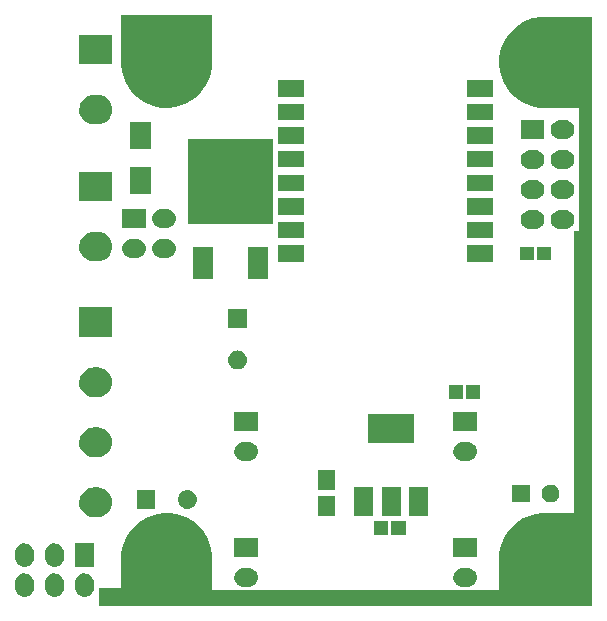
<source format=gts>
G04 #@! TF.FileFunction,Soldermask,Top*
%FSLAX46Y46*%
G04 Gerber Fmt 4.6, Leading zero omitted, Abs format (unit mm)*
G04 Created by KiCad (PCBNEW 4.0.0-rc1-stable) date 2016-02-04 20:32:03*
%MOMM*%
G01*
G04 APERTURE LIST*
%ADD10C,0.100000*%
G04 APERTURE END LIST*
D10*
G36*
X96037191Y-50149998D02*
X96037715Y-50150000D01*
X100000000Y-50150000D01*
X100000000Y-100000000D01*
X58250000Y-100000000D01*
X58250000Y-98500000D01*
X60075000Y-98500000D01*
X60095895Y-98497031D01*
X60115135Y-98488358D01*
X60131197Y-98474668D01*
X60142809Y-98457046D01*
X60149052Y-98436886D01*
X60150000Y-98425000D01*
X60150000Y-96358134D01*
X60148768Y-96344595D01*
X60144937Y-96323720D01*
X60155478Y-95568766D01*
X60312457Y-94830243D01*
X60609893Y-94136272D01*
X61036457Y-93513291D01*
X61575901Y-92985028D01*
X62207675Y-92571607D01*
X62907725Y-92288768D01*
X63649380Y-92147290D01*
X64404381Y-92152562D01*
X65143983Y-92304380D01*
X65840015Y-92596964D01*
X66465958Y-93019169D01*
X66997977Y-93554914D01*
X67415798Y-94183786D01*
X67703515Y-94881840D01*
X67850065Y-95621970D01*
X67850065Y-95621977D01*
X67850166Y-95622488D01*
X67845254Y-95974281D01*
X67846447Y-95988112D01*
X67848684Y-96000000D01*
X67850000Y-96000000D01*
X67850000Y-98575000D01*
X67852969Y-98595895D01*
X67861642Y-98615135D01*
X67875332Y-98631197D01*
X67892954Y-98642809D01*
X67913114Y-98649052D01*
X67925000Y-98650000D01*
X92075000Y-98650000D01*
X92095895Y-98647031D01*
X92115135Y-98638358D01*
X92131197Y-98624668D01*
X92142809Y-98607046D01*
X92149052Y-98586886D01*
X92150000Y-98575000D01*
X92150000Y-96358134D01*
X92148768Y-96344595D01*
X92144937Y-96323720D01*
X92155478Y-95568766D01*
X92312457Y-94830243D01*
X92609893Y-94136272D01*
X93036457Y-93513291D01*
X93575901Y-92985028D01*
X94207675Y-92571607D01*
X94907725Y-92288768D01*
X95649380Y-92147290D01*
X96037191Y-92149998D01*
X96037715Y-92150000D01*
X98425000Y-92150000D01*
X98445895Y-92147031D01*
X98465135Y-92138358D01*
X98481197Y-92124668D01*
X98492809Y-92107046D01*
X98499052Y-92086886D01*
X98500000Y-92075000D01*
X98500000Y-68300000D01*
X98875000Y-68300000D01*
X98895895Y-68297031D01*
X98915135Y-68288358D01*
X98931197Y-68274668D01*
X98942809Y-68257046D01*
X98949052Y-68236886D01*
X98950000Y-68225000D01*
X98950000Y-57952675D01*
X98947031Y-57931780D01*
X98938358Y-57912540D01*
X98924668Y-57896478D01*
X98907046Y-57884866D01*
X98886886Y-57878623D01*
X98875000Y-57877675D01*
X96000000Y-57877675D01*
X96000000Y-57875868D01*
X95996963Y-57873793D01*
X95992200Y-57868285D01*
X95974495Y-57856798D01*
X95944505Y-57849850D01*
X95541934Y-57841417D01*
X94804528Y-57679287D01*
X94112653Y-57377015D01*
X93492660Y-56946109D01*
X92968182Y-56402995D01*
X92559174Y-55768340D01*
X92281234Y-55066342D01*
X92144937Y-54323720D01*
X92155478Y-53568766D01*
X92312457Y-52830243D01*
X92609893Y-52136272D01*
X93036457Y-51513291D01*
X93575901Y-50985028D01*
X94207675Y-50571607D01*
X94907725Y-50288768D01*
X95649380Y-50147290D01*
X96037191Y-50149998D01*
X96037191Y-50149998D01*
G37*
G36*
X52120789Y-97281491D02*
X52120800Y-97281495D01*
X52120862Y-97281501D01*
X52270012Y-97327670D01*
X52407354Y-97401931D01*
X52527657Y-97501454D01*
X52626337Y-97622448D01*
X52699637Y-97760305D01*
X52744764Y-97909774D01*
X52760000Y-98065161D01*
X52760000Y-98474966D01*
X52759944Y-98482959D01*
X52759943Y-98482966D01*
X52759922Y-98486009D01*
X52742518Y-98641168D01*
X52695308Y-98789993D01*
X52620091Y-98926813D01*
X52519731Y-99046417D01*
X52398051Y-99144250D01*
X52259685Y-99216586D01*
X52109905Y-99260669D01*
X52109848Y-99260674D01*
X52109835Y-99260678D01*
X51954418Y-99274822D01*
X51799211Y-99258509D01*
X51799200Y-99258505D01*
X51799138Y-99258499D01*
X51649988Y-99212330D01*
X51512646Y-99138069D01*
X51392343Y-99038546D01*
X51293663Y-98917552D01*
X51220363Y-98779695D01*
X51175236Y-98630226D01*
X51160000Y-98474839D01*
X51160000Y-98065034D01*
X51160056Y-98057041D01*
X51160057Y-98057034D01*
X51160078Y-98053991D01*
X51177482Y-97898832D01*
X51224692Y-97750007D01*
X51299909Y-97613187D01*
X51400269Y-97493583D01*
X51521949Y-97395750D01*
X51660315Y-97323414D01*
X51810095Y-97279331D01*
X51810152Y-97279326D01*
X51810165Y-97279322D01*
X51965582Y-97265178D01*
X52120789Y-97281491D01*
X52120789Y-97281491D01*
G37*
G36*
X54660789Y-97281491D02*
X54660800Y-97281495D01*
X54660862Y-97281501D01*
X54810012Y-97327670D01*
X54947354Y-97401931D01*
X55067657Y-97501454D01*
X55166337Y-97622448D01*
X55239637Y-97760305D01*
X55284764Y-97909774D01*
X55300000Y-98065161D01*
X55300000Y-98474966D01*
X55299944Y-98482959D01*
X55299943Y-98482966D01*
X55299922Y-98486009D01*
X55282518Y-98641168D01*
X55235308Y-98789993D01*
X55160091Y-98926813D01*
X55059731Y-99046417D01*
X54938051Y-99144250D01*
X54799685Y-99216586D01*
X54649905Y-99260669D01*
X54649848Y-99260674D01*
X54649835Y-99260678D01*
X54494418Y-99274822D01*
X54339211Y-99258509D01*
X54339200Y-99258505D01*
X54339138Y-99258499D01*
X54189988Y-99212330D01*
X54052646Y-99138069D01*
X53932343Y-99038546D01*
X53833663Y-98917552D01*
X53760363Y-98779695D01*
X53715236Y-98630226D01*
X53700000Y-98474839D01*
X53700000Y-98065034D01*
X53700056Y-98057041D01*
X53700057Y-98057034D01*
X53700078Y-98053991D01*
X53717482Y-97898832D01*
X53764692Y-97750007D01*
X53839909Y-97613187D01*
X53940269Y-97493583D01*
X54061949Y-97395750D01*
X54200315Y-97323414D01*
X54350095Y-97279331D01*
X54350152Y-97279326D01*
X54350165Y-97279322D01*
X54505582Y-97265178D01*
X54660789Y-97281491D01*
X54660789Y-97281491D01*
G37*
G36*
X57200789Y-97281491D02*
X57200800Y-97281495D01*
X57200862Y-97281501D01*
X57350012Y-97327670D01*
X57487354Y-97401931D01*
X57607657Y-97501454D01*
X57706337Y-97622448D01*
X57779637Y-97760305D01*
X57824764Y-97909774D01*
X57840000Y-98065161D01*
X57840000Y-98474966D01*
X57839944Y-98482959D01*
X57839943Y-98482966D01*
X57839922Y-98486009D01*
X57822518Y-98641168D01*
X57775308Y-98789993D01*
X57700091Y-98926813D01*
X57599731Y-99046417D01*
X57478051Y-99144250D01*
X57339685Y-99216586D01*
X57189905Y-99260669D01*
X57189848Y-99260674D01*
X57189835Y-99260678D01*
X57034418Y-99274822D01*
X56879211Y-99258509D01*
X56879200Y-99258505D01*
X56879138Y-99258499D01*
X56729988Y-99212330D01*
X56592646Y-99138069D01*
X56472343Y-99038546D01*
X56373663Y-98917552D01*
X56300363Y-98779695D01*
X56255236Y-98630226D01*
X56240000Y-98474839D01*
X56240000Y-98065034D01*
X56240056Y-98057041D01*
X56240057Y-98057034D01*
X56240078Y-98053991D01*
X56257482Y-97898832D01*
X56304692Y-97750007D01*
X56379909Y-97613187D01*
X56480269Y-97493583D01*
X56601949Y-97395750D01*
X56740315Y-97323414D01*
X56890095Y-97279331D01*
X56890152Y-97279326D01*
X56890165Y-97279322D01*
X57045582Y-97265178D01*
X57200789Y-97281491D01*
X57200789Y-97281491D01*
G37*
G36*
X89483959Y-96804056D02*
X89483966Y-96804057D01*
X89487009Y-96804078D01*
X89642168Y-96821482D01*
X89790993Y-96868692D01*
X89927813Y-96943909D01*
X90047417Y-97044269D01*
X90145250Y-97165949D01*
X90217586Y-97304315D01*
X90261669Y-97454095D01*
X90261674Y-97454152D01*
X90261678Y-97454165D01*
X90275822Y-97609582D01*
X90259509Y-97764789D01*
X90259505Y-97764800D01*
X90259499Y-97764862D01*
X90213330Y-97914012D01*
X90139069Y-98051354D01*
X90039546Y-98171657D01*
X89918552Y-98270337D01*
X89780695Y-98343637D01*
X89631226Y-98388764D01*
X89475839Y-98404000D01*
X89066034Y-98404000D01*
X89058041Y-98403944D01*
X89058034Y-98403943D01*
X89054991Y-98403922D01*
X88899832Y-98386518D01*
X88751007Y-98339308D01*
X88614187Y-98264091D01*
X88494583Y-98163731D01*
X88396750Y-98042051D01*
X88324414Y-97903685D01*
X88280331Y-97753905D01*
X88280326Y-97753848D01*
X88280322Y-97753835D01*
X88266178Y-97598418D01*
X88282491Y-97443211D01*
X88282495Y-97443200D01*
X88282501Y-97443138D01*
X88328670Y-97293988D01*
X88402931Y-97156646D01*
X88502454Y-97036343D01*
X88623448Y-96937663D01*
X88761305Y-96864363D01*
X88910774Y-96819236D01*
X89066161Y-96804000D01*
X89475966Y-96804000D01*
X89483959Y-96804056D01*
X89483959Y-96804056D01*
G37*
G36*
X70941959Y-96804056D02*
X70941966Y-96804057D01*
X70945009Y-96804078D01*
X71100168Y-96821482D01*
X71248993Y-96868692D01*
X71385813Y-96943909D01*
X71505417Y-97044269D01*
X71603250Y-97165949D01*
X71675586Y-97304315D01*
X71719669Y-97454095D01*
X71719674Y-97454152D01*
X71719678Y-97454165D01*
X71733822Y-97609582D01*
X71717509Y-97764789D01*
X71717505Y-97764800D01*
X71717499Y-97764862D01*
X71671330Y-97914012D01*
X71597069Y-98051354D01*
X71497546Y-98171657D01*
X71376552Y-98270337D01*
X71238695Y-98343637D01*
X71089226Y-98388764D01*
X70933839Y-98404000D01*
X70524034Y-98404000D01*
X70516041Y-98403944D01*
X70516034Y-98403943D01*
X70512991Y-98403922D01*
X70357832Y-98386518D01*
X70209007Y-98339308D01*
X70072187Y-98264091D01*
X69952583Y-98163731D01*
X69854750Y-98042051D01*
X69782414Y-97903685D01*
X69738331Y-97753905D01*
X69738326Y-97753848D01*
X69738322Y-97753835D01*
X69724178Y-97598418D01*
X69740491Y-97443211D01*
X69740495Y-97443200D01*
X69740501Y-97443138D01*
X69786670Y-97293988D01*
X69860931Y-97156646D01*
X69960454Y-97036343D01*
X70081448Y-96937663D01*
X70219305Y-96864363D01*
X70368774Y-96819236D01*
X70524161Y-96804000D01*
X70933966Y-96804000D01*
X70941959Y-96804056D01*
X70941959Y-96804056D01*
G37*
G36*
X54660789Y-94741491D02*
X54660800Y-94741495D01*
X54660862Y-94741501D01*
X54810012Y-94787670D01*
X54947354Y-94861931D01*
X55067657Y-94961454D01*
X55166337Y-95082448D01*
X55239637Y-95220305D01*
X55284764Y-95369774D01*
X55300000Y-95525161D01*
X55300000Y-95934966D01*
X55299944Y-95942959D01*
X55299943Y-95942966D01*
X55299922Y-95946009D01*
X55282518Y-96101168D01*
X55235308Y-96249993D01*
X55160091Y-96386813D01*
X55059731Y-96506417D01*
X54938051Y-96604250D01*
X54799685Y-96676586D01*
X54649905Y-96720669D01*
X54649848Y-96720674D01*
X54649835Y-96720678D01*
X54494418Y-96734822D01*
X54339211Y-96718509D01*
X54339200Y-96718505D01*
X54339138Y-96718499D01*
X54189988Y-96672330D01*
X54052646Y-96598069D01*
X53932343Y-96498546D01*
X53833663Y-96377552D01*
X53760363Y-96239695D01*
X53715236Y-96090226D01*
X53700000Y-95934839D01*
X53700000Y-95525034D01*
X53700056Y-95517041D01*
X53700057Y-95517034D01*
X53700078Y-95513991D01*
X53717482Y-95358832D01*
X53764692Y-95210007D01*
X53839909Y-95073187D01*
X53940269Y-94953583D01*
X54061949Y-94855750D01*
X54200315Y-94783414D01*
X54350095Y-94739331D01*
X54350152Y-94739326D01*
X54350165Y-94739322D01*
X54505582Y-94725178D01*
X54660789Y-94741491D01*
X54660789Y-94741491D01*
G37*
G36*
X52120789Y-94741491D02*
X52120800Y-94741495D01*
X52120862Y-94741501D01*
X52270012Y-94787670D01*
X52407354Y-94861931D01*
X52527657Y-94961454D01*
X52626337Y-95082448D01*
X52699637Y-95220305D01*
X52744764Y-95369774D01*
X52760000Y-95525161D01*
X52760000Y-95934966D01*
X52759944Y-95942959D01*
X52759943Y-95942966D01*
X52759922Y-95946009D01*
X52742518Y-96101168D01*
X52695308Y-96249993D01*
X52620091Y-96386813D01*
X52519731Y-96506417D01*
X52398051Y-96604250D01*
X52259685Y-96676586D01*
X52109905Y-96720669D01*
X52109848Y-96720674D01*
X52109835Y-96720678D01*
X51954418Y-96734822D01*
X51799211Y-96718509D01*
X51799200Y-96718505D01*
X51799138Y-96718499D01*
X51649988Y-96672330D01*
X51512646Y-96598069D01*
X51392343Y-96498546D01*
X51293663Y-96377552D01*
X51220363Y-96239695D01*
X51175236Y-96090226D01*
X51160000Y-95934839D01*
X51160000Y-95525034D01*
X51160056Y-95517041D01*
X51160057Y-95517034D01*
X51160078Y-95513991D01*
X51177482Y-95358832D01*
X51224692Y-95210007D01*
X51299909Y-95073187D01*
X51400269Y-94953583D01*
X51521949Y-94855750D01*
X51660315Y-94783414D01*
X51810095Y-94739331D01*
X51810152Y-94739326D01*
X51810165Y-94739322D01*
X51965582Y-94725178D01*
X52120789Y-94741491D01*
X52120789Y-94741491D01*
G37*
G36*
X57840000Y-96730000D02*
X56240000Y-96730000D01*
X56240000Y-94730000D01*
X57840000Y-94730000D01*
X57840000Y-96730000D01*
X57840000Y-96730000D01*
G37*
G36*
X90271000Y-95864000D02*
X88271000Y-95864000D01*
X88271000Y-94264000D01*
X90271000Y-94264000D01*
X90271000Y-95864000D01*
X90271000Y-95864000D01*
G37*
G36*
X71729000Y-95864000D02*
X69729000Y-95864000D01*
X69729000Y-94264000D01*
X71729000Y-94264000D01*
X71729000Y-95864000D01*
X71729000Y-95864000D01*
G37*
G36*
X84225000Y-94025000D02*
X83025000Y-94025000D01*
X83025000Y-92875000D01*
X84225000Y-92875000D01*
X84225000Y-94025000D01*
X84225000Y-94025000D01*
G37*
G36*
X82775000Y-94025000D02*
X81575000Y-94025000D01*
X81575000Y-92875000D01*
X82775000Y-92875000D01*
X82775000Y-94025000D01*
X82775000Y-94025000D01*
G37*
G36*
X58171178Y-89990100D02*
X58171185Y-89990101D01*
X58174227Y-89990122D01*
X58416664Y-90017315D01*
X58649201Y-90091081D01*
X58862983Y-90208608D01*
X59049865Y-90365421D01*
X59202729Y-90555546D01*
X59315754Y-90771742D01*
X59384633Y-91005773D01*
X59384638Y-91005825D01*
X59384644Y-91005846D01*
X59406747Y-91248722D01*
X59381254Y-91491274D01*
X59381249Y-91491290D01*
X59381243Y-91491347D01*
X59309103Y-91724394D01*
X59193071Y-91938991D01*
X59037567Y-92126963D01*
X58848513Y-92281152D01*
X58633112Y-92395683D01*
X58399567Y-92466194D01*
X58156774Y-92490000D01*
X57843099Y-92490000D01*
X57828822Y-92489900D01*
X57828815Y-92489899D01*
X57825773Y-92489878D01*
X57583336Y-92462685D01*
X57350799Y-92388919D01*
X57137017Y-92271392D01*
X56950135Y-92114579D01*
X56797271Y-91924454D01*
X56684246Y-91708258D01*
X56615367Y-91474227D01*
X56615362Y-91474175D01*
X56615356Y-91474154D01*
X56593253Y-91231278D01*
X56618746Y-90988726D01*
X56618751Y-90988710D01*
X56618757Y-90988653D01*
X56690897Y-90755606D01*
X56806929Y-90541009D01*
X56962433Y-90353037D01*
X57151487Y-90198848D01*
X57366888Y-90084317D01*
X57600433Y-90013806D01*
X57843226Y-89990000D01*
X58156901Y-89990000D01*
X58171178Y-89990100D01*
X58171178Y-89990100D01*
G37*
G36*
X78225000Y-92450000D02*
X76775000Y-92450000D01*
X76775000Y-90750000D01*
X78225000Y-90750000D01*
X78225000Y-92450000D01*
X78225000Y-92450000D01*
G37*
G36*
X83800000Y-92400000D02*
X82200000Y-92400000D01*
X82200000Y-90000000D01*
X83800000Y-90000000D01*
X83800000Y-92400000D01*
X83800000Y-92400000D01*
G37*
G36*
X81500000Y-92400000D02*
X79900000Y-92400000D01*
X79900000Y-90000000D01*
X81500000Y-90000000D01*
X81500000Y-92400000D01*
X81500000Y-92400000D01*
G37*
G36*
X86100000Y-92400000D02*
X84500000Y-92400000D01*
X84500000Y-90000000D01*
X86100000Y-90000000D01*
X86100000Y-92400000D01*
X86100000Y-92400000D01*
G37*
G36*
X63050000Y-91800000D02*
X61450000Y-91800000D01*
X61450000Y-90200000D01*
X63050000Y-90200000D01*
X63050000Y-91800000D01*
X63050000Y-91800000D01*
G37*
G36*
X65761992Y-90200056D02*
X65761999Y-90200057D01*
X65765041Y-90200078D01*
X65920200Y-90217482D01*
X66069025Y-90264692D01*
X66205845Y-90339909D01*
X66325449Y-90440269D01*
X66423282Y-90561949D01*
X66495618Y-90700315D01*
X66539701Y-90850095D01*
X66539706Y-90850147D01*
X66539711Y-90850165D01*
X66553855Y-91005582D01*
X66537542Y-91160789D01*
X66537537Y-91160805D01*
X66537531Y-91160862D01*
X66491362Y-91310012D01*
X66417101Y-91447354D01*
X66317578Y-91567657D01*
X66196584Y-91666337D01*
X66058727Y-91739637D01*
X65909258Y-91784764D01*
X65753871Y-91800000D01*
X65746001Y-91800000D01*
X65738008Y-91799944D01*
X65738001Y-91799943D01*
X65734959Y-91799922D01*
X65579800Y-91782518D01*
X65430975Y-91735308D01*
X65294155Y-91660091D01*
X65174551Y-91559731D01*
X65076718Y-91438051D01*
X65004382Y-91299685D01*
X64960299Y-91149905D01*
X64960294Y-91149853D01*
X64960289Y-91149835D01*
X64946145Y-90994418D01*
X64962458Y-90839211D01*
X64962463Y-90839195D01*
X64962469Y-90839138D01*
X65008638Y-90689988D01*
X65082899Y-90552646D01*
X65182422Y-90432343D01*
X65303416Y-90333663D01*
X65441273Y-90260363D01*
X65590742Y-90215236D01*
X65746129Y-90200000D01*
X65753999Y-90200000D01*
X65761992Y-90200056D01*
X65761992Y-90200056D01*
G37*
G36*
X96511053Y-89750051D02*
X96511060Y-89750052D01*
X96514101Y-89750073D01*
X96659563Y-89766389D01*
X96799085Y-89810648D01*
X96927354Y-89881165D01*
X97039484Y-89975252D01*
X97131202Y-90089328D01*
X97199017Y-90219045D01*
X97240344Y-90359464D01*
X97240349Y-90359514D01*
X97240355Y-90359536D01*
X97253614Y-90505233D01*
X97238322Y-90650735D01*
X97238315Y-90650756D01*
X97238310Y-90650808D01*
X97195026Y-90790637D01*
X97125407Y-90919395D01*
X97032105Y-91032178D01*
X96918673Y-91124691D01*
X96789432Y-91193410D01*
X96649305Y-91235716D01*
X96503629Y-91250000D01*
X96496241Y-91250000D01*
X96488947Y-91249949D01*
X96488940Y-91249948D01*
X96485899Y-91249927D01*
X96340437Y-91233611D01*
X96200915Y-91189352D01*
X96072646Y-91118835D01*
X95960516Y-91024748D01*
X95868798Y-90910672D01*
X95800983Y-90780955D01*
X95759656Y-90640536D01*
X95759651Y-90640486D01*
X95759645Y-90640464D01*
X95746386Y-90494767D01*
X95761678Y-90349265D01*
X95761685Y-90349244D01*
X95761690Y-90349192D01*
X95804974Y-90209363D01*
X95874593Y-90080605D01*
X95967895Y-89967822D01*
X96081327Y-89875309D01*
X96210568Y-89806590D01*
X96350695Y-89764284D01*
X96496371Y-89750000D01*
X96503759Y-89750000D01*
X96511053Y-89750051D01*
X96511053Y-89750051D01*
G37*
G36*
X94750000Y-91250000D02*
X93250000Y-91250000D01*
X93250000Y-89750000D01*
X94750000Y-89750000D01*
X94750000Y-91250000D01*
X94750000Y-91250000D01*
G37*
G36*
X78225000Y-90250000D02*
X76775000Y-90250000D01*
X76775000Y-88550000D01*
X78225000Y-88550000D01*
X78225000Y-90250000D01*
X78225000Y-90250000D01*
G37*
G36*
X89483959Y-86136056D02*
X89483966Y-86136057D01*
X89487009Y-86136078D01*
X89642168Y-86153482D01*
X89790993Y-86200692D01*
X89927813Y-86275909D01*
X90047417Y-86376269D01*
X90145250Y-86497949D01*
X90217586Y-86636315D01*
X90261669Y-86786095D01*
X90261674Y-86786152D01*
X90261678Y-86786165D01*
X90275822Y-86941582D01*
X90259509Y-87096789D01*
X90259505Y-87096800D01*
X90259499Y-87096862D01*
X90213330Y-87246012D01*
X90139069Y-87383354D01*
X90039546Y-87503657D01*
X89918552Y-87602337D01*
X89780695Y-87675637D01*
X89631226Y-87720764D01*
X89475839Y-87736000D01*
X89066034Y-87736000D01*
X89058041Y-87735944D01*
X89058034Y-87735943D01*
X89054991Y-87735922D01*
X88899832Y-87718518D01*
X88751007Y-87671308D01*
X88614187Y-87596091D01*
X88494583Y-87495731D01*
X88396750Y-87374051D01*
X88324414Y-87235685D01*
X88280331Y-87085905D01*
X88280326Y-87085848D01*
X88280322Y-87085835D01*
X88266178Y-86930418D01*
X88282491Y-86775211D01*
X88282495Y-86775200D01*
X88282501Y-86775138D01*
X88328670Y-86625988D01*
X88402931Y-86488646D01*
X88502454Y-86368343D01*
X88623448Y-86269663D01*
X88761305Y-86196363D01*
X88910774Y-86151236D01*
X89066161Y-86136000D01*
X89475966Y-86136000D01*
X89483959Y-86136056D01*
X89483959Y-86136056D01*
G37*
G36*
X70941959Y-86136056D02*
X70941966Y-86136057D01*
X70945009Y-86136078D01*
X71100168Y-86153482D01*
X71248993Y-86200692D01*
X71385813Y-86275909D01*
X71505417Y-86376269D01*
X71603250Y-86497949D01*
X71675586Y-86636315D01*
X71719669Y-86786095D01*
X71719674Y-86786152D01*
X71719678Y-86786165D01*
X71733822Y-86941582D01*
X71717509Y-87096789D01*
X71717505Y-87096800D01*
X71717499Y-87096862D01*
X71671330Y-87246012D01*
X71597069Y-87383354D01*
X71497546Y-87503657D01*
X71376552Y-87602337D01*
X71238695Y-87675637D01*
X71089226Y-87720764D01*
X70933839Y-87736000D01*
X70524034Y-87736000D01*
X70516041Y-87735944D01*
X70516034Y-87735943D01*
X70512991Y-87735922D01*
X70357832Y-87718518D01*
X70209007Y-87671308D01*
X70072187Y-87596091D01*
X69952583Y-87495731D01*
X69854750Y-87374051D01*
X69782414Y-87235685D01*
X69738331Y-87085905D01*
X69738326Y-87085848D01*
X69738322Y-87085835D01*
X69724178Y-86930418D01*
X69740491Y-86775211D01*
X69740495Y-86775200D01*
X69740501Y-86775138D01*
X69786670Y-86625988D01*
X69860931Y-86488646D01*
X69960454Y-86368343D01*
X70081448Y-86269663D01*
X70219305Y-86196363D01*
X70368774Y-86151236D01*
X70524161Y-86136000D01*
X70933966Y-86136000D01*
X70941959Y-86136056D01*
X70941959Y-86136056D01*
G37*
G36*
X58171178Y-84910100D02*
X58171185Y-84910101D01*
X58174227Y-84910122D01*
X58416664Y-84937315D01*
X58649201Y-85011081D01*
X58862983Y-85128608D01*
X59049865Y-85285421D01*
X59202729Y-85475546D01*
X59315754Y-85691742D01*
X59384633Y-85925773D01*
X59384638Y-85925825D01*
X59384644Y-85925846D01*
X59406747Y-86168722D01*
X59381254Y-86411274D01*
X59381249Y-86411290D01*
X59381243Y-86411347D01*
X59309103Y-86644394D01*
X59193071Y-86858991D01*
X59037567Y-87046963D01*
X58848513Y-87201152D01*
X58633112Y-87315683D01*
X58399567Y-87386194D01*
X58156774Y-87410000D01*
X57843099Y-87410000D01*
X57828822Y-87409900D01*
X57828815Y-87409899D01*
X57825773Y-87409878D01*
X57583336Y-87382685D01*
X57350799Y-87308919D01*
X57137017Y-87191392D01*
X56950135Y-87034579D01*
X56797271Y-86844454D01*
X56684246Y-86628258D01*
X56615367Y-86394227D01*
X56615362Y-86394175D01*
X56615356Y-86394154D01*
X56593253Y-86151278D01*
X56618746Y-85908726D01*
X56618751Y-85908710D01*
X56618757Y-85908653D01*
X56690897Y-85675606D01*
X56806929Y-85461009D01*
X56962433Y-85273037D01*
X57151487Y-85118848D01*
X57366888Y-85004317D01*
X57600433Y-84933806D01*
X57843226Y-84910000D01*
X58156901Y-84910000D01*
X58171178Y-84910100D01*
X58171178Y-84910100D01*
G37*
G36*
X84950000Y-86200000D02*
X81050000Y-86200000D01*
X81050000Y-83800000D01*
X84950000Y-83800000D01*
X84950000Y-86200000D01*
X84950000Y-86200000D01*
G37*
G36*
X90271000Y-85196000D02*
X88271000Y-85196000D01*
X88271000Y-83596000D01*
X90271000Y-83596000D01*
X90271000Y-85196000D01*
X90271000Y-85196000D01*
G37*
G36*
X71729000Y-85196000D02*
X69729000Y-85196000D01*
X69729000Y-83596000D01*
X71729000Y-83596000D01*
X71729000Y-85196000D01*
X71729000Y-85196000D01*
G37*
G36*
X89075000Y-82475000D02*
X87875000Y-82475000D01*
X87875000Y-81325000D01*
X89075000Y-81325000D01*
X89075000Y-82475000D01*
X89075000Y-82475000D01*
G37*
G36*
X90525000Y-82475000D02*
X89325000Y-82475000D01*
X89325000Y-81325000D01*
X90525000Y-81325000D01*
X90525000Y-82475000D01*
X90525000Y-82475000D01*
G37*
G36*
X58171178Y-79830100D02*
X58171185Y-79830101D01*
X58174227Y-79830122D01*
X58416664Y-79857315D01*
X58649201Y-79931081D01*
X58862983Y-80048608D01*
X59049865Y-80205421D01*
X59202729Y-80395546D01*
X59315754Y-80611742D01*
X59384633Y-80845773D01*
X59384638Y-80845825D01*
X59384644Y-80845846D01*
X59406747Y-81088722D01*
X59381254Y-81331274D01*
X59381249Y-81331290D01*
X59381243Y-81331347D01*
X59309103Y-81564394D01*
X59193071Y-81778991D01*
X59037567Y-81966963D01*
X58848513Y-82121152D01*
X58633112Y-82235683D01*
X58399567Y-82306194D01*
X58156774Y-82330000D01*
X57843099Y-82330000D01*
X57828822Y-82329900D01*
X57828815Y-82329899D01*
X57825773Y-82329878D01*
X57583336Y-82302685D01*
X57350799Y-82228919D01*
X57137017Y-82111392D01*
X56950135Y-81954579D01*
X56797271Y-81764454D01*
X56684246Y-81548258D01*
X56615367Y-81314227D01*
X56615362Y-81314175D01*
X56615356Y-81314154D01*
X56593253Y-81071278D01*
X56618746Y-80828726D01*
X56618751Y-80828710D01*
X56618757Y-80828653D01*
X56690897Y-80595606D01*
X56806929Y-80381009D01*
X56962433Y-80193037D01*
X57151487Y-80038848D01*
X57366888Y-79924317D01*
X57600433Y-79853806D01*
X57843226Y-79830000D01*
X58156901Y-79830000D01*
X58171178Y-79830100D01*
X58171178Y-79830100D01*
G37*
G36*
X70160789Y-78412458D02*
X70160805Y-78412463D01*
X70160862Y-78412469D01*
X70310012Y-78458638D01*
X70447354Y-78532899D01*
X70567657Y-78632422D01*
X70666337Y-78753416D01*
X70739637Y-78891273D01*
X70784764Y-79040742D01*
X70800000Y-79196129D01*
X70800000Y-79203999D01*
X70799944Y-79211992D01*
X70799943Y-79211999D01*
X70799922Y-79215041D01*
X70782518Y-79370200D01*
X70735308Y-79519025D01*
X70660091Y-79655845D01*
X70559731Y-79775449D01*
X70438051Y-79873282D01*
X70299685Y-79945618D01*
X70149905Y-79989701D01*
X70149853Y-79989706D01*
X70149835Y-79989711D01*
X69994418Y-80003855D01*
X69839211Y-79987542D01*
X69839195Y-79987537D01*
X69839138Y-79987531D01*
X69689988Y-79941362D01*
X69552646Y-79867101D01*
X69432343Y-79767578D01*
X69333663Y-79646584D01*
X69260363Y-79508727D01*
X69215236Y-79359258D01*
X69200000Y-79203871D01*
X69200000Y-79196001D01*
X69200056Y-79188008D01*
X69200057Y-79188001D01*
X69200078Y-79184959D01*
X69217482Y-79029800D01*
X69264692Y-78880975D01*
X69339909Y-78744155D01*
X69440269Y-78624551D01*
X69561949Y-78526718D01*
X69700315Y-78454382D01*
X69850095Y-78410299D01*
X69850147Y-78410294D01*
X69850165Y-78410289D01*
X70005582Y-78396145D01*
X70160789Y-78412458D01*
X70160789Y-78412458D01*
G37*
G36*
X59400000Y-77250000D02*
X56600000Y-77250000D01*
X56600000Y-74750000D01*
X59400000Y-74750000D01*
X59400000Y-77250000D01*
X59400000Y-77250000D01*
G37*
G36*
X70800000Y-76500000D02*
X69200000Y-76500000D01*
X69200000Y-74900000D01*
X70800000Y-74900000D01*
X70800000Y-76500000D01*
X70800000Y-76500000D01*
G37*
G36*
X67950000Y-72350000D02*
X66250000Y-72350000D01*
X66250000Y-69650000D01*
X67950000Y-69650000D01*
X67950000Y-72350000D01*
X67950000Y-72350000D01*
G37*
G36*
X72550000Y-72350000D02*
X70850000Y-72350000D01*
X70850000Y-69650000D01*
X72550000Y-69650000D01*
X72550000Y-72350000D01*
X72550000Y-72350000D01*
G37*
G36*
X91600000Y-70900000D02*
X89400000Y-70900000D01*
X89400000Y-69500000D01*
X91600000Y-69500000D01*
X91600000Y-70900000D01*
X91600000Y-70900000D01*
G37*
G36*
X75600000Y-70900000D02*
X73400000Y-70900000D01*
X73400000Y-69500000D01*
X75600000Y-69500000D01*
X75600000Y-70900000D01*
X75600000Y-70900000D01*
G37*
G36*
X58171178Y-68330100D02*
X58171185Y-68330101D01*
X58174227Y-68330122D01*
X58416664Y-68357315D01*
X58649201Y-68431081D01*
X58862983Y-68548608D01*
X59049865Y-68705421D01*
X59202729Y-68895546D01*
X59315754Y-69111742D01*
X59384633Y-69345773D01*
X59384638Y-69345825D01*
X59384644Y-69345846D01*
X59406747Y-69588722D01*
X59381254Y-69831274D01*
X59381249Y-69831290D01*
X59381243Y-69831347D01*
X59309103Y-70064394D01*
X59193071Y-70278991D01*
X59037567Y-70466963D01*
X58848513Y-70621152D01*
X58633112Y-70735683D01*
X58399567Y-70806194D01*
X58156774Y-70830000D01*
X57843099Y-70830000D01*
X57828822Y-70829900D01*
X57828815Y-70829899D01*
X57825773Y-70829878D01*
X57583336Y-70802685D01*
X57350799Y-70728919D01*
X57137017Y-70611392D01*
X56950135Y-70454579D01*
X56797271Y-70264454D01*
X56684246Y-70048258D01*
X56615367Y-69814227D01*
X56615362Y-69814175D01*
X56615356Y-69814154D01*
X56593253Y-69571278D01*
X56618746Y-69328726D01*
X56618751Y-69328710D01*
X56618757Y-69328653D01*
X56690897Y-69095606D01*
X56806929Y-68881009D01*
X56962433Y-68693037D01*
X57151487Y-68538848D01*
X57366888Y-68424317D01*
X57600433Y-68353806D01*
X57843226Y-68330000D01*
X58156901Y-68330000D01*
X58171178Y-68330100D01*
X58171178Y-68330100D01*
G37*
G36*
X96525000Y-70775000D02*
X95325000Y-70775000D01*
X95325000Y-69625000D01*
X96525000Y-69625000D01*
X96525000Y-70775000D01*
X96525000Y-70775000D01*
G37*
G36*
X95075000Y-70775000D02*
X93875000Y-70775000D01*
X93875000Y-69625000D01*
X95075000Y-69625000D01*
X95075000Y-70775000D01*
X95075000Y-70775000D01*
G37*
G36*
X63982959Y-68970056D02*
X63982966Y-68970057D01*
X63986009Y-68970078D01*
X64141168Y-68987482D01*
X64289993Y-69034692D01*
X64426813Y-69109909D01*
X64546417Y-69210269D01*
X64644250Y-69331949D01*
X64716586Y-69470315D01*
X64760669Y-69620095D01*
X64760674Y-69620152D01*
X64760678Y-69620165D01*
X64774822Y-69775582D01*
X64758509Y-69930789D01*
X64758505Y-69930800D01*
X64758499Y-69930862D01*
X64712330Y-70080012D01*
X64638069Y-70217354D01*
X64538546Y-70337657D01*
X64417552Y-70436337D01*
X64279695Y-70509637D01*
X64130226Y-70554764D01*
X63974839Y-70570000D01*
X63565034Y-70570000D01*
X63557041Y-70569944D01*
X63557034Y-70569943D01*
X63553991Y-70569922D01*
X63398832Y-70552518D01*
X63250007Y-70505308D01*
X63113187Y-70430091D01*
X62993583Y-70329731D01*
X62895750Y-70208051D01*
X62823414Y-70069685D01*
X62779331Y-69919905D01*
X62779326Y-69919848D01*
X62779322Y-69919835D01*
X62765178Y-69764418D01*
X62781491Y-69609211D01*
X62781495Y-69609200D01*
X62781501Y-69609138D01*
X62827670Y-69459988D01*
X62901931Y-69322646D01*
X63001454Y-69202343D01*
X63122448Y-69103663D01*
X63260305Y-69030363D01*
X63409774Y-68985236D01*
X63565161Y-68970000D01*
X63974966Y-68970000D01*
X63982959Y-68970056D01*
X63982959Y-68970056D01*
G37*
G36*
X61442959Y-68970056D02*
X61442966Y-68970057D01*
X61446009Y-68970078D01*
X61601168Y-68987482D01*
X61749993Y-69034692D01*
X61886813Y-69109909D01*
X62006417Y-69210269D01*
X62104250Y-69331949D01*
X62176586Y-69470315D01*
X62220669Y-69620095D01*
X62220674Y-69620152D01*
X62220678Y-69620165D01*
X62234822Y-69775582D01*
X62218509Y-69930789D01*
X62218505Y-69930800D01*
X62218499Y-69930862D01*
X62172330Y-70080012D01*
X62098069Y-70217354D01*
X61998546Y-70337657D01*
X61877552Y-70436337D01*
X61739695Y-70509637D01*
X61590226Y-70554764D01*
X61434839Y-70570000D01*
X61025034Y-70570000D01*
X61017041Y-70569944D01*
X61017034Y-70569943D01*
X61013991Y-70569922D01*
X60858832Y-70552518D01*
X60710007Y-70505308D01*
X60573187Y-70430091D01*
X60453583Y-70329731D01*
X60355750Y-70208051D01*
X60283414Y-70069685D01*
X60239331Y-69919905D01*
X60239326Y-69919848D01*
X60239322Y-69919835D01*
X60225178Y-69764418D01*
X60241491Y-69609211D01*
X60241495Y-69609200D01*
X60241501Y-69609138D01*
X60287670Y-69459988D01*
X60361931Y-69322646D01*
X60461454Y-69202343D01*
X60582448Y-69103663D01*
X60720305Y-69030363D01*
X60869774Y-68985236D01*
X61025161Y-68970000D01*
X61434966Y-68970000D01*
X61442959Y-68970056D01*
X61442959Y-68970056D01*
G37*
G36*
X91600000Y-68900000D02*
X89400000Y-68900000D01*
X89400000Y-67500000D01*
X91600000Y-67500000D01*
X91600000Y-68900000D01*
X91600000Y-68900000D01*
G37*
G36*
X75600000Y-68900000D02*
X73400000Y-68900000D01*
X73400000Y-67500000D01*
X75600000Y-67500000D01*
X75600000Y-68900000D01*
X75600000Y-68900000D01*
G37*
G36*
X97732959Y-66510056D02*
X97732966Y-66510057D01*
X97736009Y-66510078D01*
X97891168Y-66527482D01*
X98039993Y-66574692D01*
X98176813Y-66649909D01*
X98296417Y-66750269D01*
X98394250Y-66871949D01*
X98466586Y-67010315D01*
X98510669Y-67160095D01*
X98510674Y-67160152D01*
X98510678Y-67160165D01*
X98524822Y-67315582D01*
X98508509Y-67470789D01*
X98508505Y-67470800D01*
X98508499Y-67470862D01*
X98462330Y-67620012D01*
X98388069Y-67757354D01*
X98288546Y-67877657D01*
X98167552Y-67976337D01*
X98029695Y-68049637D01*
X97880226Y-68094764D01*
X97724839Y-68110000D01*
X97315034Y-68110000D01*
X97307041Y-68109944D01*
X97307034Y-68109943D01*
X97303991Y-68109922D01*
X97148832Y-68092518D01*
X97000007Y-68045308D01*
X96863187Y-67970091D01*
X96743583Y-67869731D01*
X96645750Y-67748051D01*
X96573414Y-67609685D01*
X96529331Y-67459905D01*
X96529326Y-67459848D01*
X96529322Y-67459835D01*
X96515178Y-67304418D01*
X96531491Y-67149211D01*
X96531495Y-67149200D01*
X96531501Y-67149138D01*
X96577670Y-66999988D01*
X96651931Y-66862646D01*
X96751454Y-66742343D01*
X96872448Y-66643663D01*
X97010305Y-66570363D01*
X97159774Y-66525236D01*
X97315161Y-66510000D01*
X97724966Y-66510000D01*
X97732959Y-66510056D01*
X97732959Y-66510056D01*
G37*
G36*
X95192959Y-66510056D02*
X95192966Y-66510057D01*
X95196009Y-66510078D01*
X95351168Y-66527482D01*
X95499993Y-66574692D01*
X95636813Y-66649909D01*
X95756417Y-66750269D01*
X95854250Y-66871949D01*
X95926586Y-67010315D01*
X95970669Y-67160095D01*
X95970674Y-67160152D01*
X95970678Y-67160165D01*
X95984822Y-67315582D01*
X95968509Y-67470789D01*
X95968505Y-67470800D01*
X95968499Y-67470862D01*
X95922330Y-67620012D01*
X95848069Y-67757354D01*
X95748546Y-67877657D01*
X95627552Y-67976337D01*
X95489695Y-68049637D01*
X95340226Y-68094764D01*
X95184839Y-68110000D01*
X94775034Y-68110000D01*
X94767041Y-68109944D01*
X94767034Y-68109943D01*
X94763991Y-68109922D01*
X94608832Y-68092518D01*
X94460007Y-68045308D01*
X94323187Y-67970091D01*
X94203583Y-67869731D01*
X94105750Y-67748051D01*
X94033414Y-67609685D01*
X93989331Y-67459905D01*
X93989326Y-67459848D01*
X93989322Y-67459835D01*
X93975178Y-67304418D01*
X93991491Y-67149211D01*
X93991495Y-67149200D01*
X93991501Y-67149138D01*
X94037670Y-66999988D01*
X94111931Y-66862646D01*
X94211454Y-66742343D01*
X94332448Y-66643663D01*
X94470305Y-66570363D01*
X94619774Y-66525236D01*
X94775161Y-66510000D01*
X95184966Y-66510000D01*
X95192959Y-66510056D01*
X95192959Y-66510056D01*
G37*
G36*
X62230000Y-68030000D02*
X60230000Y-68030000D01*
X60230000Y-66430000D01*
X62230000Y-66430000D01*
X62230000Y-68030000D01*
X62230000Y-68030000D01*
G37*
G36*
X63982959Y-66430056D02*
X63982966Y-66430057D01*
X63986009Y-66430078D01*
X64141168Y-66447482D01*
X64289993Y-66494692D01*
X64426813Y-66569909D01*
X64546417Y-66670269D01*
X64644250Y-66791949D01*
X64716586Y-66930315D01*
X64760669Y-67080095D01*
X64760674Y-67080152D01*
X64760678Y-67080165D01*
X64774822Y-67235582D01*
X64758509Y-67390789D01*
X64758505Y-67390800D01*
X64758499Y-67390862D01*
X64712330Y-67540012D01*
X64638069Y-67677354D01*
X64538546Y-67797657D01*
X64417552Y-67896337D01*
X64279695Y-67969637D01*
X64130226Y-68014764D01*
X63974839Y-68030000D01*
X63565034Y-68030000D01*
X63557041Y-68029944D01*
X63557034Y-68029943D01*
X63553991Y-68029922D01*
X63398832Y-68012518D01*
X63250007Y-67965308D01*
X63113187Y-67890091D01*
X62993583Y-67789731D01*
X62895750Y-67668051D01*
X62823414Y-67529685D01*
X62779331Y-67379905D01*
X62779326Y-67379848D01*
X62779322Y-67379835D01*
X62765178Y-67224418D01*
X62781491Y-67069211D01*
X62781495Y-67069200D01*
X62781501Y-67069138D01*
X62827670Y-66919988D01*
X62901931Y-66782646D01*
X63001454Y-66662343D01*
X63122448Y-66563663D01*
X63260305Y-66490363D01*
X63409774Y-66445236D01*
X63565161Y-66430000D01*
X63974966Y-66430000D01*
X63982959Y-66430056D01*
X63982959Y-66430056D01*
G37*
G36*
X73000000Y-67700000D02*
X65800000Y-67700000D01*
X65800000Y-60500000D01*
X73000000Y-60500000D01*
X73000000Y-67700000D01*
X73000000Y-67700000D01*
G37*
G36*
X91600000Y-66900000D02*
X89400000Y-66900000D01*
X89400000Y-65500000D01*
X91600000Y-65500000D01*
X91600000Y-66900000D01*
X91600000Y-66900000D01*
G37*
G36*
X75600000Y-66900000D02*
X73400000Y-66900000D01*
X73400000Y-65500000D01*
X75600000Y-65500000D01*
X75600000Y-66900000D01*
X75600000Y-66900000D01*
G37*
G36*
X59400000Y-65750000D02*
X56600000Y-65750000D01*
X56600000Y-63250000D01*
X59400000Y-63250000D01*
X59400000Y-65750000D01*
X59400000Y-65750000D01*
G37*
G36*
X97732959Y-63970056D02*
X97732966Y-63970057D01*
X97736009Y-63970078D01*
X97891168Y-63987482D01*
X98039993Y-64034692D01*
X98176813Y-64109909D01*
X98296417Y-64210269D01*
X98394250Y-64331949D01*
X98466586Y-64470315D01*
X98510669Y-64620095D01*
X98510674Y-64620152D01*
X98510678Y-64620165D01*
X98524822Y-64775582D01*
X98508509Y-64930789D01*
X98508505Y-64930800D01*
X98508499Y-64930862D01*
X98462330Y-65080012D01*
X98388069Y-65217354D01*
X98288546Y-65337657D01*
X98167552Y-65436337D01*
X98029695Y-65509637D01*
X97880226Y-65554764D01*
X97724839Y-65570000D01*
X97315034Y-65570000D01*
X97307041Y-65569944D01*
X97307034Y-65569943D01*
X97303991Y-65569922D01*
X97148832Y-65552518D01*
X97000007Y-65505308D01*
X96863187Y-65430091D01*
X96743583Y-65329731D01*
X96645750Y-65208051D01*
X96573414Y-65069685D01*
X96529331Y-64919905D01*
X96529326Y-64919848D01*
X96529322Y-64919835D01*
X96515178Y-64764418D01*
X96531491Y-64609211D01*
X96531495Y-64609200D01*
X96531501Y-64609138D01*
X96577670Y-64459988D01*
X96651931Y-64322646D01*
X96751454Y-64202343D01*
X96872448Y-64103663D01*
X97010305Y-64030363D01*
X97159774Y-63985236D01*
X97315161Y-63970000D01*
X97724966Y-63970000D01*
X97732959Y-63970056D01*
X97732959Y-63970056D01*
G37*
G36*
X95192959Y-63970056D02*
X95192966Y-63970057D01*
X95196009Y-63970078D01*
X95351168Y-63987482D01*
X95499993Y-64034692D01*
X95636813Y-64109909D01*
X95756417Y-64210269D01*
X95854250Y-64331949D01*
X95926586Y-64470315D01*
X95970669Y-64620095D01*
X95970674Y-64620152D01*
X95970678Y-64620165D01*
X95984822Y-64775582D01*
X95968509Y-64930789D01*
X95968505Y-64930800D01*
X95968499Y-64930862D01*
X95922330Y-65080012D01*
X95848069Y-65217354D01*
X95748546Y-65337657D01*
X95627552Y-65436337D01*
X95489695Y-65509637D01*
X95340226Y-65554764D01*
X95184839Y-65570000D01*
X94775034Y-65570000D01*
X94767041Y-65569944D01*
X94767034Y-65569943D01*
X94763991Y-65569922D01*
X94608832Y-65552518D01*
X94460007Y-65505308D01*
X94323187Y-65430091D01*
X94203583Y-65329731D01*
X94105750Y-65208051D01*
X94033414Y-65069685D01*
X93989331Y-64919905D01*
X93989326Y-64919848D01*
X93989322Y-64919835D01*
X93975178Y-64764418D01*
X93991491Y-64609211D01*
X93991495Y-64609200D01*
X93991501Y-64609138D01*
X94037670Y-64459988D01*
X94111931Y-64322646D01*
X94211454Y-64202343D01*
X94332448Y-64103663D01*
X94470305Y-64030363D01*
X94619774Y-63985236D01*
X94775161Y-63970000D01*
X95184966Y-63970000D01*
X95192959Y-63970056D01*
X95192959Y-63970056D01*
G37*
G36*
X62675000Y-65150000D02*
X60925000Y-65150000D01*
X60925000Y-62850000D01*
X62675000Y-62850000D01*
X62675000Y-65150000D01*
X62675000Y-65150000D01*
G37*
G36*
X75600000Y-64900000D02*
X73400000Y-64900000D01*
X73400000Y-63500000D01*
X75600000Y-63500000D01*
X75600000Y-64900000D01*
X75600000Y-64900000D01*
G37*
G36*
X91600000Y-64900000D02*
X89400000Y-64900000D01*
X89400000Y-63500000D01*
X91600000Y-63500000D01*
X91600000Y-64900000D01*
X91600000Y-64900000D01*
G37*
G36*
X95192959Y-61430056D02*
X95192966Y-61430057D01*
X95196009Y-61430078D01*
X95351168Y-61447482D01*
X95499993Y-61494692D01*
X95636813Y-61569909D01*
X95756417Y-61670269D01*
X95854250Y-61791949D01*
X95926586Y-61930315D01*
X95970669Y-62080095D01*
X95970674Y-62080152D01*
X95970678Y-62080165D01*
X95984822Y-62235582D01*
X95968509Y-62390789D01*
X95968505Y-62390800D01*
X95968499Y-62390862D01*
X95922330Y-62540012D01*
X95848069Y-62677354D01*
X95748546Y-62797657D01*
X95627552Y-62896337D01*
X95489695Y-62969637D01*
X95340226Y-63014764D01*
X95184839Y-63030000D01*
X94775034Y-63030000D01*
X94767041Y-63029944D01*
X94767034Y-63029943D01*
X94763991Y-63029922D01*
X94608832Y-63012518D01*
X94460007Y-62965308D01*
X94323187Y-62890091D01*
X94203583Y-62789731D01*
X94105750Y-62668051D01*
X94033414Y-62529685D01*
X93989331Y-62379905D01*
X93989326Y-62379848D01*
X93989322Y-62379835D01*
X93975178Y-62224418D01*
X93991491Y-62069211D01*
X93991495Y-62069200D01*
X93991501Y-62069138D01*
X94037670Y-61919988D01*
X94111931Y-61782646D01*
X94211454Y-61662343D01*
X94332448Y-61563663D01*
X94470305Y-61490363D01*
X94619774Y-61445236D01*
X94775161Y-61430000D01*
X95184966Y-61430000D01*
X95192959Y-61430056D01*
X95192959Y-61430056D01*
G37*
G36*
X97732959Y-61430056D02*
X97732966Y-61430057D01*
X97736009Y-61430078D01*
X97891168Y-61447482D01*
X98039993Y-61494692D01*
X98176813Y-61569909D01*
X98296417Y-61670269D01*
X98394250Y-61791949D01*
X98466586Y-61930315D01*
X98510669Y-62080095D01*
X98510674Y-62080152D01*
X98510678Y-62080165D01*
X98524822Y-62235582D01*
X98508509Y-62390789D01*
X98508505Y-62390800D01*
X98508499Y-62390862D01*
X98462330Y-62540012D01*
X98388069Y-62677354D01*
X98288546Y-62797657D01*
X98167552Y-62896337D01*
X98029695Y-62969637D01*
X97880226Y-63014764D01*
X97724839Y-63030000D01*
X97315034Y-63030000D01*
X97307041Y-63029944D01*
X97307034Y-63029943D01*
X97303991Y-63029922D01*
X97148832Y-63012518D01*
X97000007Y-62965308D01*
X96863187Y-62890091D01*
X96743583Y-62789731D01*
X96645750Y-62668051D01*
X96573414Y-62529685D01*
X96529331Y-62379905D01*
X96529326Y-62379848D01*
X96529322Y-62379835D01*
X96515178Y-62224418D01*
X96531491Y-62069211D01*
X96531495Y-62069200D01*
X96531501Y-62069138D01*
X96577670Y-61919988D01*
X96651931Y-61782646D01*
X96751454Y-61662343D01*
X96872448Y-61563663D01*
X97010305Y-61490363D01*
X97159774Y-61445236D01*
X97315161Y-61430000D01*
X97724966Y-61430000D01*
X97732959Y-61430056D01*
X97732959Y-61430056D01*
G37*
G36*
X75600000Y-62900000D02*
X73400000Y-62900000D01*
X73400000Y-61500000D01*
X75600000Y-61500000D01*
X75600000Y-62900000D01*
X75600000Y-62900000D01*
G37*
G36*
X91600000Y-62900000D02*
X89400000Y-62900000D01*
X89400000Y-61500000D01*
X91600000Y-61500000D01*
X91600000Y-62900000D01*
X91600000Y-62900000D01*
G37*
G36*
X62675000Y-61350000D02*
X60925000Y-61350000D01*
X60925000Y-59050000D01*
X62675000Y-59050000D01*
X62675000Y-61350000D01*
X62675000Y-61350000D01*
G37*
G36*
X91600000Y-60900000D02*
X89400000Y-60900000D01*
X89400000Y-59500000D01*
X91600000Y-59500000D01*
X91600000Y-60900000D01*
X91600000Y-60900000D01*
G37*
G36*
X75600000Y-60900000D02*
X73400000Y-60900000D01*
X73400000Y-59500000D01*
X75600000Y-59500000D01*
X75600000Y-60900000D01*
X75600000Y-60900000D01*
G37*
G36*
X97732959Y-58890056D02*
X97732966Y-58890057D01*
X97736009Y-58890078D01*
X97891168Y-58907482D01*
X98039993Y-58954692D01*
X98176813Y-59029909D01*
X98296417Y-59130269D01*
X98394250Y-59251949D01*
X98466586Y-59390315D01*
X98510669Y-59540095D01*
X98510674Y-59540152D01*
X98510678Y-59540165D01*
X98524822Y-59695582D01*
X98508509Y-59850789D01*
X98508505Y-59850800D01*
X98508499Y-59850862D01*
X98462330Y-60000012D01*
X98388069Y-60137354D01*
X98288546Y-60257657D01*
X98167552Y-60356337D01*
X98029695Y-60429637D01*
X97880226Y-60474764D01*
X97724839Y-60490000D01*
X97315034Y-60490000D01*
X97307041Y-60489944D01*
X97307034Y-60489943D01*
X97303991Y-60489922D01*
X97148832Y-60472518D01*
X97000007Y-60425308D01*
X96863187Y-60350091D01*
X96743583Y-60249731D01*
X96645750Y-60128051D01*
X96573414Y-59989685D01*
X96529331Y-59839905D01*
X96529326Y-59839848D01*
X96529322Y-59839835D01*
X96515178Y-59684418D01*
X96531491Y-59529211D01*
X96531495Y-59529200D01*
X96531501Y-59529138D01*
X96577670Y-59379988D01*
X96651931Y-59242646D01*
X96751454Y-59122343D01*
X96872448Y-59023663D01*
X97010305Y-58950363D01*
X97159774Y-58905236D01*
X97315161Y-58890000D01*
X97724966Y-58890000D01*
X97732959Y-58890056D01*
X97732959Y-58890056D01*
G37*
G36*
X95980000Y-60490000D02*
X93980000Y-60490000D01*
X93980000Y-58890000D01*
X95980000Y-58890000D01*
X95980000Y-60490000D01*
X95980000Y-60490000D01*
G37*
G36*
X58171178Y-56750100D02*
X58171185Y-56750101D01*
X58174227Y-56750122D01*
X58416664Y-56777315D01*
X58649201Y-56851081D01*
X58862983Y-56968608D01*
X59049865Y-57125421D01*
X59202729Y-57315546D01*
X59315754Y-57531742D01*
X59384633Y-57765773D01*
X59384638Y-57765825D01*
X59384644Y-57765846D01*
X59406747Y-58008722D01*
X59381254Y-58251274D01*
X59381249Y-58251290D01*
X59381243Y-58251347D01*
X59309103Y-58484394D01*
X59193071Y-58698991D01*
X59037567Y-58886963D01*
X58848513Y-59041152D01*
X58633112Y-59155683D01*
X58399567Y-59226194D01*
X58156774Y-59250000D01*
X57843099Y-59250000D01*
X57828822Y-59249900D01*
X57828815Y-59249899D01*
X57825773Y-59249878D01*
X57583336Y-59222685D01*
X57350799Y-59148919D01*
X57137017Y-59031392D01*
X56950135Y-58874579D01*
X56797271Y-58684454D01*
X56684246Y-58468258D01*
X56615367Y-58234227D01*
X56615362Y-58234175D01*
X56615356Y-58234154D01*
X56593253Y-57991278D01*
X56618746Y-57748726D01*
X56618751Y-57748710D01*
X56618757Y-57748653D01*
X56690897Y-57515606D01*
X56806929Y-57301009D01*
X56962433Y-57113037D01*
X57151487Y-56958848D01*
X57366888Y-56844317D01*
X57600433Y-56773806D01*
X57843226Y-56750000D01*
X58156901Y-56750000D01*
X58171178Y-56750100D01*
X58171178Y-56750100D01*
G37*
G36*
X75600000Y-58900000D02*
X73400000Y-58900000D01*
X73400000Y-57500000D01*
X75600000Y-57500000D01*
X75600000Y-58900000D01*
X75600000Y-58900000D01*
G37*
G36*
X91600000Y-58900000D02*
X89400000Y-58900000D01*
X89400000Y-57500000D01*
X91600000Y-57500000D01*
X91600000Y-58900000D01*
X91600000Y-58900000D01*
G37*
G36*
X67850000Y-53614286D02*
X67850151Y-53615823D01*
X67850065Y-53621977D01*
X67850166Y-53622488D01*
X67850000Y-53634376D01*
X67850000Y-54000000D01*
X67848477Y-54000000D01*
X67845900Y-54012727D01*
X67844540Y-54025403D01*
X67838124Y-54484868D01*
X67838008Y-54485378D01*
X67838008Y-54485386D01*
X67670851Y-55221129D01*
X67363755Y-55910879D01*
X66928535Y-56527844D01*
X66381769Y-57048521D01*
X65744276Y-57453086D01*
X65040355Y-57726119D01*
X64296797Y-57857229D01*
X63541934Y-57841417D01*
X62804528Y-57679287D01*
X62112653Y-57377015D01*
X61492660Y-56946109D01*
X60968182Y-56402995D01*
X60559174Y-55768340D01*
X60281234Y-55066342D01*
X60144937Y-54323720D01*
X60149993Y-53961605D01*
X60150000Y-53960558D01*
X60150000Y-50000000D01*
X67850000Y-50000000D01*
X67850000Y-53614286D01*
X67850000Y-53614286D01*
G37*
G36*
X75600000Y-56900000D02*
X73400000Y-56900000D01*
X73400000Y-55500000D01*
X75600000Y-55500000D01*
X75600000Y-56900000D01*
X75600000Y-56900000D01*
G37*
G36*
X91600000Y-56900000D02*
X89400000Y-56900000D01*
X89400000Y-55500000D01*
X91600000Y-55500000D01*
X91600000Y-56900000D01*
X91600000Y-56900000D01*
G37*
G36*
X59400000Y-54170000D02*
X56600000Y-54170000D01*
X56600000Y-51670000D01*
X59400000Y-51670000D01*
X59400000Y-54170000D01*
X59400000Y-54170000D01*
G37*
M02*

</source>
